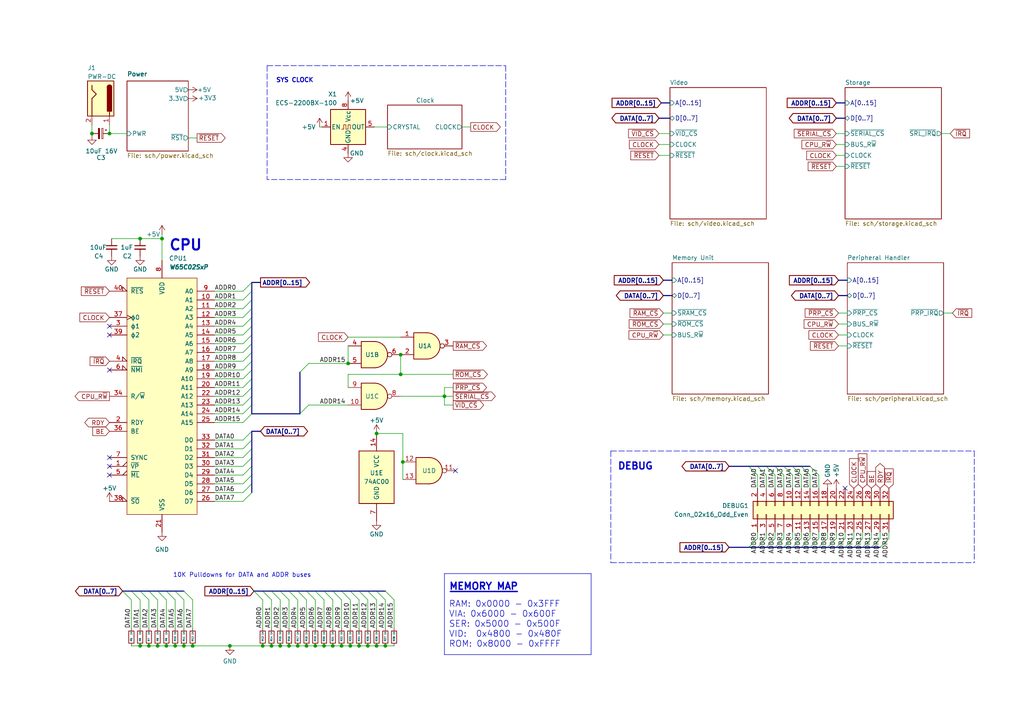
<source format=kicad_sch>
(kicad_sch (version 20211123) (generator eeschema)
  (paper "A4")
  (title_block (title "8puter") (rev "1.0") (company "zrthxn"))
  (junction (at 45.72 187.325))
  (junction (at 101.6 187.325))
  (junction (at 53.34 187.325))
  (junction (at 93.98 187.325))
  (junction (at 50.8 187.325))
  (junction (at 48.26 187.325))
  (junction (at 111.76 187.325))
  (junction (at 26.67 38.735))
  (junction (at 91.44 187.325))
  (junction (at 55.88 187.325))
  (junction (at 46.99 69.215))
  (junction (at 109.22 125.73))
  (junction (at 96.52 187.325))
  (junction (at 99.06 187.325))
  (junction (at 88.9 187.325))
  (junction (at 100.965 105.41))
  (junction (at 31.75 38.735))
  (junction (at 128.905 114.935))
  (junction (at 106.68 187.325))
  (junction (at 43.18 187.325))
  (junction (at 86.36 187.325))
  (junction (at 116.84 133.985))
  (junction (at 40.64 69.215))
  (junction (at 104.14 187.325))
  (junction (at 78.74 187.325))
  (junction (at 81.28 187.325))
  (junction (at 109.22 187.325))
  (junction (at 66.675 187.325))
  (junction (at 76.2 187.325))
  (junction (at 116.205 102.87))
  (junction (at 40.64 187.325))
  (junction (at 116.205 108.585))
  (junction (at 83.82 187.325))
  (no_connect (at 31.75 107.315))
  (no_connect (at 31.75 94.615))
  (no_connect (at 132.08 136.525))
  (no_connect (at 245.11 141.605))
  (no_connect (at 31.75 132.715))
  (no_connect (at 31.75 137.795))
  (no_connect (at 31.75 135.255))
  (no_connect (at 31.75 97.155))
  (bus_entry (at 227.33 135.255) (size 2.54 2.54))
  (bus_entry (at 70.485 94.615) (size 2.54 -2.54))
  (bus_entry (at 70.485 102.235) (size 2.54 -2.54))
  (bus_entry (at 70.485 130.175) (size 2.54 -2.54))
  (bus_entry (at 70.485 145.415) (size 2.54 -2.54))
  (bus_entry (at 70.485 142.875) (size 2.54 -2.54))
  (bus_entry (at 70.485 137.795) (size 2.54 -2.54))
  (bus_entry (at 70.485 140.335) (size 2.54 -2.54))
  (bus_entry (at 70.485 132.715) (size 2.54 -2.54))
  (bus_entry (at 70.485 135.255) (size 2.54 -2.54))
  (bus_entry (at 109.22 173.99) (size -2.54 -2.54))
  (bus_entry (at 86.36 173.99) (size -2.54 -2.54))
  (bus_entry (at 70.485 84.455) (size 2.54 -2.54))
  (bus_entry (at 70.485 86.995) (size 2.54 -2.54))
  (bus_entry (at 70.485 127.635) (size 2.54 -2.54))
  (bus_entry (at 70.485 107.315) (size 2.54 -2.54))
  (bus_entry (at 99.06 173.99) (size -2.54 -2.54))
  (bus_entry (at 83.82 173.99) (size -2.54 -2.54))
  (bus_entry (at 70.485 112.395) (size 2.54 -2.54))
  (bus_entry (at 232.41 135.255) (size 2.54 2.54))
  (bus_entry (at 70.485 120.015) (size 2.54 -2.54))
  (bus_entry (at 50.8 173.99) (size -2.54 -2.54))
  (bus_entry (at 229.87 135.255) (size 2.54 2.54))
  (bus_entry (at 224.79 158.75) (size 2.54 -2.54))
  (bus_entry (at 227.33 158.75) (size 2.54 -2.54))
  (bus_entry (at 229.87 158.75) (size 2.54 -2.54))
  (bus_entry (at 232.41 158.75) (size 2.54 -2.54))
  (bus_entry (at 245.11 158.75) (size 2.54 -2.54))
  (bus_entry (at 242.57 158.75) (size 2.54 -2.54))
  (bus_entry (at 222.25 158.75) (size 2.54 -2.54))
  (bus_entry (at 234.95 158.75) (size 2.54 -2.54))
  (bus_entry (at 240.03 158.75) (size 2.54 -2.54))
  (bus_entry (at 237.49 158.75) (size 2.54 -2.54))
  (bus_entry (at 247.65 158.75) (size 2.54 -2.54))
  (bus_entry (at 255.27 158.75) (size 2.54 -2.54))
  (bus_entry (at 250.19 158.75) (size 2.54 -2.54))
  (bus_entry (at 252.73 158.75) (size 2.54 -2.54))
  (bus_entry (at 219.71 158.75) (size 2.54 -2.54))
  (bus_entry (at 104.14 173.99) (size -2.54 -2.54))
  (bus_entry (at 96.52 173.99) (size -2.54 -2.54))
  (bus_entry (at 111.76 173.99) (size -2.54 -2.54))
  (bus_entry (at 222.25 135.255) (size 2.54 2.54))
  (bus_entry (at 45.72 173.99) (size -2.54 -2.54))
  (bus_entry (at 89.535 105.41) (size -2.54 2.54))
  (bus_entry (at 93.98 173.99) (size -2.54 -2.54))
  (bus_entry (at 76.2 173.99) (size -2.54 -2.54))
  (bus_entry (at 219.71 135.255) (size 2.54 2.54))
  (bus_entry (at 106.68 173.99) (size -2.54 -2.54))
  (bus_entry (at 70.485 97.155) (size 2.54 -2.54))
  (bus_entry (at 70.485 99.695) (size 2.54 -2.54))
  (bus_entry (at 70.485 89.535) (size 2.54 -2.54))
  (bus_entry (at 38.1 173.99) (size -2.54 -2.54))
  (bus_entry (at 217.17 135.255) (size 2.54 2.54))
  (bus_entry (at 40.64 173.99) (size -2.54 -2.54))
  (bus_entry (at 70.485 92.075) (size 2.54 -2.54))
  (bus_entry (at 70.485 104.775) (size 2.54 -2.54))
  (bus_entry (at 217.17 158.75) (size 2.54 -2.54))
  (bus_entry (at 89.535 117.475) (size -2.54 2.54))
  (bus_entry (at 114.3 173.99) (size -2.54 -2.54))
  (bus_entry (at 78.74 173.99) (size -2.54 -2.54))
  (bus_entry (at 224.79 135.255) (size 2.54 2.54))
  (bus_entry (at 81.28 173.99) (size -2.54 -2.54))
  (bus_entry (at 53.34 173.99) (size -2.54 -2.54))
  (bus_entry (at 234.95 135.255) (size 2.54 2.54))
  (bus_entry (at 101.6 173.99) (size -2.54 -2.54))
  (bus_entry (at 48.26 173.99) (size -2.54 -2.54))
  (bus_entry (at 70.485 114.935) (size 2.54 -2.54))
  (bus_entry (at 88.9 173.99) (size -2.54 -2.54))
  (bus_entry (at 43.18 173.99) (size -2.54 -2.54))
  (bus_entry (at 70.485 109.855) (size 2.54 -2.54))
  (bus_entry (at 70.485 122.555) (size 2.54 -2.54))
  (bus_entry (at 91.44 173.99) (size -2.54 -2.54))
  (bus_entry (at 70.485 117.475) (size 2.54 -2.54))
  (bus_entry (at 55.88 173.99) (size -2.54 -2.54))
  (bus (pts (xy 224.79 135.255) (xy 227.33 135.255)))
  (bus (pts (xy 73.025 135.255) (xy 73.025 137.795)))
  (bus (pts (xy 211.455 135.255) (xy 217.17 135.255)))
  (wire (pts (xy 62.23 112.395) (xy 70.485 112.395)))
  (wire (pts (xy 242.57 154.305) (xy 242.57 156.21)))
  (bus (pts (xy 250.19 158.75) (xy 252.73 158.75)))
  (wire (pts (xy 273.685 90.805) (xy 276.225 90.805)))
  (wire (pts (xy 45.72 182.245) (xy 45.72 173.99)))
  (wire (pts (xy 227.33 137.795) (xy 227.33 141.605)))
  (wire (pts (xy 229.87 137.795) (xy 229.87 141.605)))
  (bus (pts (xy 227.33 158.75) (xy 229.87 158.75)))
  (wire (pts (xy 131.445 108.585) (xy 116.205 108.585)))
  (bus (pts (xy 73.025 125.095) (xy 75.565 125.095)))
  (wire (pts (xy 43.18 182.245) (xy 43.18 173.99)))
  (bus (pts (xy 35.56 171.45) (xy 38.1 171.45)))
  (wire (pts (xy 219.71 137.795) (xy 219.71 141.605)))
  (wire (pts (xy 114.3 182.245) (xy 114.3 173.99)))
  (wire (pts (xy 128.905 112.395) (xy 131.445 112.395)))
  (wire (pts (xy 62.23 102.235) (xy 70.485 102.235)))
  (wire (pts (xy 38.1 187.325) (xy 40.64 187.325)))
  (polyline (pts (xy 77.47 19.05) (xy 146.685 19.05)))
  (wire (pts (xy 53.34 187.325) (xy 55.88 187.325)))
  (wire (pts (xy 273.05 38.735) (xy 275.59 38.735)))
  (wire (pts (xy 219.71 154.305) (xy 219.71 156.21)))
  (bus (pts (xy 73.025 125.095) (xy 73.025 127.635)))
  (bus (pts (xy 73.025 120.015) (xy 73.025 117.475)))
  (wire (pts (xy 48.26 182.245) (xy 48.26 173.99)))
  (bus (pts (xy 73.025 130.175) (xy 73.025 132.715)))
  (wire (pts (xy 133.985 36.83) (xy 136.525 36.83)))
  (wire (pts (xy 62.23 132.715) (xy 70.485 132.715)))
  (wire (pts (xy 89.535 117.475) (xy 100.965 117.475)))
  (wire (pts (xy 192.405 97.155) (xy 194.945 97.155)))
  (wire (pts (xy 106.68 187.325) (xy 109.22 187.325)))
  (wire (pts (xy 62.23 84.455) (xy 70.485 84.455)))
  (wire (pts (xy 252.73 154.305) (xy 252.73 156.21)))
  (wire (pts (xy 88.9 187.325) (xy 91.44 187.325)))
  (wire (pts (xy 62.23 130.175) (xy 70.485 130.175)))
  (bus (pts (xy 237.49 158.75) (xy 240.03 158.75)))
  (wire (pts (xy 48.26 187.325) (xy 50.8 187.325)))
  (wire (pts (xy 38.1 182.245) (xy 38.1 173.99)))
  (wire (pts (xy 128.905 114.935) (xy 131.445 114.935)))
  (bus (pts (xy 73.025 120.015) (xy 86.995 120.015)))
  (wire (pts (xy 46.99 67.945) (xy 46.99 69.215)))
  (bus (pts (xy 101.6 171.45) (xy 99.06 171.45)))
  (bus (pts (xy 40.64 171.45) (xy 43.18 171.45)))
  (bus (pts (xy 242.57 34.29) (xy 245.11 34.29)))
  (wire (pts (xy 83.82 182.245) (xy 83.82 173.99)))
  (wire (pts (xy 104.14 182.245) (xy 104.14 173.99)))
  (wire (pts (xy 191.135 38.735) (xy 194.31 38.735)))
  (bus (pts (xy 217.17 158.75) (xy 219.71 158.75)))
  (wire (pts (xy 31.75 36.195) (xy 31.75 38.735)))
  (bus (pts (xy 73.025 117.475) (xy 73.025 114.935)))
  (bus (pts (xy 192.405 81.28) (xy 194.945 81.28)))
  (bus (pts (xy 45.72 171.45) (xy 48.26 171.45)))
  (bus (pts (xy 86.36 171.45) (xy 83.82 171.45)))
  (wire (pts (xy 243.205 93.98) (xy 245.745 93.98)))
  (wire (pts (xy 40.64 69.215) (xy 46.99 69.215)))
  (bus (pts (xy 73.025 114.935) (xy 73.025 112.395)))
  (bus (pts (xy 73.025 112.395) (xy 73.025 109.855)))
  (wire (pts (xy 243.205 97.155) (xy 245.745 97.155)))
  (polyline (pts (xy 128.905 166.37) (xy 128.905 189.865)) (stroke (width 0) (type solid)))
  (wire (pts (xy 55.88 182.245) (xy 55.88 173.99)))
  (wire (pts (xy 62.23 120.015) (xy 70.485 120.015)))
  (bus (pts (xy 73.025 109.855) (xy 73.025 107.315)))
  (wire (pts (xy 62.23 122.555) (xy 70.485 122.555)))
  (bus (pts (xy 73.025 99.695) (xy 73.025 97.155)))
  (wire (pts (xy 101.6 187.325) (xy 104.14 187.325)))
  (bus (pts (xy 106.68 171.45) (xy 104.14 171.45)))
  (wire (pts (xy 76.2 182.245) (xy 76.2 173.99)))
  (polyline (pts (xy 128.905 166.37) (xy 171.45 166.37)) (stroke (width 0) (type solid)))
  (wire (pts (xy 222.25 154.305) (xy 222.25 156.21)))
  (wire (pts (xy 62.23 99.695) (xy 70.485 99.695)))
  (wire (pts (xy 116.205 102.87) (xy 116.205 108.585)))
  (bus (pts (xy 243.205 81.28) (xy 245.745 81.28)))
  (bus (pts (xy 242.57 158.75) (xy 245.11 158.75)))
  (wire (pts (xy 86.36 182.245) (xy 86.36 173.99)))
  (wire (pts (xy 62.23 135.255) (xy 70.485 135.255)))
  (wire (pts (xy 88.9 182.245) (xy 88.9 173.99)))
  (wire (pts (xy 232.41 137.795) (xy 232.41 141.605)))
  (wire (pts (xy 191.135 41.91) (xy 194.31 41.91)))
  (wire (pts (xy 62.23 140.335) (xy 70.485 140.335)))
  (wire (pts (xy 50.8 182.245) (xy 50.8 173.99)))
  (wire (pts (xy 26.67 36.195) (xy 26.67 38.735)))
  (bus (pts (xy 73.025 81.915) (xy 73.025 84.455)))
  (bus (pts (xy 73.025 89.535) (xy 73.025 86.995)))
  (wire (pts (xy 247.65 154.305) (xy 247.65 156.21)))
  (bus (pts (xy 73.025 94.615) (xy 73.025 92.075)))
  (bus (pts (xy 73.025 132.715) (xy 73.025 135.255)))
  (bus (pts (xy 232.41 158.75) (xy 234.95 158.75)))
  (wire (pts (xy 192.405 93.98) (xy 194.945 93.98)))
  (bus (pts (xy 48.26 171.45) (xy 50.8 171.45)))
  (wire (pts (xy 62.23 92.075) (xy 70.485 92.075)))
  (wire (pts (xy 62.23 127.635) (xy 70.485 127.635)))
  (wire (pts (xy 76.2 187.325) (xy 78.74 187.325)))
  (bus (pts (xy 91.44 171.45) (xy 88.9 171.45)))
  (wire (pts (xy 243.205 100.33) (xy 245.745 100.33)))
  (wire (pts (xy 106.68 182.245) (xy 106.68 173.99)))
  (wire (pts (xy 100.965 97.79) (xy 116.205 97.79)))
  (bus (pts (xy 73.025 102.235) (xy 73.025 99.695)))
  (wire (pts (xy 40.64 187.325) (xy 43.18 187.325)))
  (wire (pts (xy 26.67 38.735) (xy 26.67 39.37)))
  (wire (pts (xy 99.06 182.245) (xy 99.06 173.99)))
  (bus (pts (xy 104.14 171.45) (xy 101.6 171.45)))
  (wire (pts (xy 99.06 187.325) (xy 101.6 187.325)))
  (wire (pts (xy 245.11 154.305) (xy 245.11 156.21)))
  (bus (pts (xy 50.8 171.45) (xy 53.34 171.45)))
  (wire (pts (xy 62.23 109.855) (xy 70.485 109.855)))
  (polyline (pts (xy 177.165 130.81) (xy 177.165 163.195)))
  (wire (pts (xy 240.03 154.305) (xy 240.03 156.21)))
  (wire (pts (xy 62.23 86.995) (xy 70.485 86.995)))
  (bus (pts (xy 227.33 135.255) (xy 229.87 135.255)))
  (wire (pts (xy 93.98 182.245) (xy 93.98 173.99)))
  (wire (pts (xy 62.23 142.875) (xy 70.485 142.875)))
  (bus (pts (xy 73.66 171.45) (xy 76.2 171.45)))
  (wire (pts (xy 108.585 36.83) (xy 112.395 36.83)))
  (bus (pts (xy 191.77 29.845) (xy 194.31 29.845)))
  (bus (pts (xy 88.9 171.45) (xy 86.36 171.45)))
  (wire (pts (xy 62.23 145.415) (xy 70.485 145.415)))
  (bus (pts (xy 73.025 140.335) (xy 73.025 142.875)))
  (wire (pts (xy 78.74 182.245) (xy 78.74 173.99)))
  (wire (pts (xy 229.87 154.305) (xy 229.87 156.21)))
  (bus (pts (xy 242.57 29.845) (xy 245.11 29.845)))
  (wire (pts (xy 86.36 187.325) (xy 88.9 187.325)))
  (bus (pts (xy 247.65 158.75) (xy 250.19 158.75)))
  (bus (pts (xy 252.73 158.75) (xy 255.27 158.75)))
  (wire (pts (xy 116.84 125.73) (xy 116.84 133.985)))
  (wire (pts (xy 227.33 154.305) (xy 227.33 156.21)))
  (wire (pts (xy 255.27 154.305) (xy 255.27 156.21)))
  (wire (pts (xy 62.23 94.615) (xy 70.485 94.615)))
  (wire (pts (xy 109.22 187.325) (xy 111.76 187.325)))
  (bus (pts (xy 222.25 135.255) (xy 224.79 135.255)))
  (bus (pts (xy 109.22 171.45) (xy 106.68 171.45)))
  (wire (pts (xy 111.76 187.325) (xy 114.3 187.325)))
  (wire (pts (xy 78.74 187.325) (xy 81.28 187.325)))
  (wire (pts (xy 237.49 154.305) (xy 237.49 156.21)))
  (wire (pts (xy 234.95 154.305) (xy 234.95 156.21)))
  (bus (pts (xy 240.03 158.75) (xy 242.57 158.75)))
  (wire (pts (xy 224.79 154.305) (xy 224.79 156.21)))
  (bus (pts (xy 73.025 137.795) (xy 73.025 140.335)))
  (wire (pts (xy 91.44 182.245) (xy 91.44 173.99)))
  (bus (pts (xy 111.76 171.45) (xy 109.22 171.45)))
  (wire (pts (xy 111.76 182.245) (xy 111.76 173.99)))
  (bus (pts (xy 232.41 135.255) (xy 234.95 135.255)))
  (wire (pts (xy 250.19 154.305) (xy 250.19 156.21)))
  (wire (pts (xy 234.95 137.795) (xy 234.95 141.605)))
  (wire (pts (xy 109.22 125.73) (xy 116.84 125.73)))
  (polyline (pts (xy 128.905 189.865) (xy 171.45 189.865)) (stroke (width 0) (type solid)))
  (polyline (pts (xy 77.47 19.05) (xy 77.47 52.07)))
  (polyline (pts (xy 177.165 130.81) (xy 282.575 130.81)))
  (wire (pts (xy 243.205 90.805) (xy 245.745 90.805)))
  (bus (pts (xy 93.98 171.45) (xy 91.44 171.45)))
  (bus (pts (xy 73.025 127.635) (xy 73.025 130.175)))
  (bus (pts (xy 191.135 34.29) (xy 194.31 34.29)))
  (wire (pts (xy 237.49 137.795) (xy 237.49 141.605)))
  (polyline (pts (xy 177.165 163.195) (xy 282.575 163.195)))
  (wire (pts (xy 242.57 45.085) (xy 245.11 45.085)))
  (wire (pts (xy 116.84 133.985) (xy 116.84 139.065)))
  (wire (pts (xy 128.905 114.935) (xy 128.905 112.395)))
  (wire (pts (xy 62.23 117.475) (xy 70.485 117.475)))
  (bus (pts (xy 99.06 171.45) (xy 96.52 171.45)))
  (wire (pts (xy 257.81 154.305) (xy 257.81 156.21)))
  (bus (pts (xy 222.25 158.75) (xy 224.79 158.75)))
  (wire (pts (xy 89.535 105.41) (xy 100.965 105.41)))
  (wire (pts (xy 109.22 182.245) (xy 109.22 173.99)))
  (wire (pts (xy 104.14 187.325) (xy 106.68 187.325)))
  (polyline (pts (xy 171.45 189.865) (xy 171.45 166.37)) (stroke (width 0) (type solid)))
  (wire (pts (xy 128.905 117.475) (xy 128.905 114.935)))
  (bus (pts (xy 73.025 81.915) (xy 75.565 81.915)))
  (wire (pts (xy 96.52 187.325) (xy 99.06 187.325)))
  (bus (pts (xy 245.11 158.75) (xy 247.65 158.75)))
  (bus (pts (xy 219.71 158.75) (xy 222.25 158.75)))
  (bus (pts (xy 211.455 158.75) (xy 217.17 158.75)))
  (wire (pts (xy 55.88 187.325) (xy 66.675 187.325)))
  (bus (pts (xy 243.205 85.725) (xy 245.745 85.725)))
  (wire (pts (xy 101.6 182.245) (xy 101.6 173.99)))
  (wire (pts (xy 242.57 38.735) (xy 245.11 38.735)))
  (wire (pts (xy 62.23 107.315) (xy 70.485 107.315)))
  (wire (pts (xy 224.79 137.795) (xy 224.79 141.605)))
  (bus (pts (xy 38.1 171.45) (xy 40.64 171.45)))
  (wire (pts (xy 96.52 182.245) (xy 96.52 173.99)))
  (bus (pts (xy 73.025 107.315) (xy 73.025 104.775)))
  (wire (pts (xy 92.71 36.83) (xy 93.345 36.83)))
  (wire (pts (xy 62.23 89.535) (xy 70.485 89.535)))
  (wire (pts (xy 62.23 114.935) (xy 70.485 114.935)))
  (wire (pts (xy 40.64 182.245) (xy 40.64 173.99)))
  (wire (pts (xy 192.405 90.805) (xy 194.945 90.805)))
  (bus (pts (xy 73.025 92.075) (xy 73.025 89.535)))
  (wire (pts (xy 45.72 187.325) (xy 48.26 187.325)))
  (bus (pts (xy 73.025 104.775) (xy 73.025 102.235)))
  (wire (pts (xy 93.98 187.325) (xy 96.52 187.325)))
  (bus (pts (xy 219.71 135.255) (xy 222.25 135.255)))
  (wire (pts (xy 191.135 45.085) (xy 194.31 45.085)))
  (wire (pts (xy 100.965 112.395) (xy 100.965 108.585)))
  (bus (pts (xy 83.82 171.45) (xy 81.28 171.45)))
  (wire (pts (xy 54.61 40.005) (xy 57.15 40.005)))
  (wire (pts (xy 81.28 182.245) (xy 81.28 173.99)))
  (polyline (pts (xy 146.685 19.05) (xy 146.685 52.07)))
  (bus (pts (xy 73.025 86.995) (xy 73.025 84.455)))
  (wire (pts (xy 43.18 187.325) (xy 45.72 187.325)))
  (wire (pts (xy 242.57 48.26) (xy 245.11 48.26)))
  (bus (pts (xy 192.405 85.725) (xy 194.945 85.725)))
  (wire (pts (xy 116.205 114.935) (xy 128.905 114.935)))
  (wire (pts (xy 31.75 38.735) (xy 36.83 38.735)))
  (polyline (pts (xy 282.575 130.81) (xy 282.575 163.195)))
  (wire (pts (xy 32.385 69.215) (xy 40.64 69.215)))
  (wire (pts (xy 131.445 117.475) (xy 128.905 117.475)))
  (bus (pts (xy 96.52 171.45) (xy 93.98 171.45)))
  (wire (pts (xy 242.57 41.91) (xy 245.11 41.91)))
  (bus (pts (xy 224.79 158.75) (xy 227.33 158.75)))
  (wire (pts (xy 81.28 187.325) (xy 83.82 187.325)))
  (bus (pts (xy 78.74 171.45) (xy 76.2 171.45)))
  (bus (pts (xy 81.28 171.45) (xy 78.74 171.45)))
  (wire (pts (xy 100.965 100.33) (xy 100.965 105.41)))
  (wire (pts (xy 66.675 187.325) (xy 76.2 187.325)))
  (bus (pts (xy 229.87 158.75) (xy 232.41 158.75)))
  (bus (pts (xy 86.995 107.95) (xy 86.995 120.015)))
  (wire (pts (xy 53.34 182.245) (xy 53.34 173.99)))
  (wire (pts (xy 83.82 187.325) (xy 86.36 187.325)))
  (wire (pts (xy 222.25 137.795) (xy 222.25 141.605)))
  (bus (pts (xy 73.025 97.155) (xy 73.025 94.615)))
  (wire (pts (xy 100.965 108.585) (xy 116.205 108.585)))
  (polyline (pts (xy 146.685 52.07) (xy 77.47 52.07)))
  (bus (pts (xy 43.18 171.45) (xy 45.72 171.45)))
  (bus (pts (xy 217.17 135.255) (xy 219.71 135.255)))
  (bus (pts (xy 234.95 158.75) (xy 237.49 158.75)))
  (wire (pts (xy 50.8 187.325) (xy 53.34 187.325)))
  (wire (pts (xy 91.44 187.325) (xy 93.98 187.325)))
  (wire (pts (xy 62.23 97.155) (xy 70.485 97.155)))
  (wire (pts (xy 62.23 137.795) (xy 70.485 137.795)))
  (wire (pts (xy 232.41 154.305) (xy 232.41 156.21)))
  (bus (pts (xy 229.87 135.255) (xy 232.41 135.255)))
  (wire (pts (xy 46.99 69.215) (xy 46.99 75.565)))
  (wire (pts (xy 62.23 104.775) (xy 70.485 104.775)))
  (text "SYS CLOCK" (at 80.01 24.13 0) (effects (font (size 1.27 1.27) (thickness 0.254) bold) (justify left bottom)))
  (text "DEBUG" (at 179.07 136.525 0) (effects (font (size 2 2) (thickness 0.4) bold) (justify left bottom)))
  (text "RAM: 0x0000 - 0x3FFF\nVIA: 0x6000 - 0x600F\nSER: 0x5000 - 0x500F\nVID:  0x4800 - 0x480F\nROM: 0x8000 - 0xFFFF" (at 130.175 187.96 0) (effects (font (size 1.8 1.8)) (justify left bottom)))
  (text "MEMORY MAP\n~{             }" (at 130.175 174.625 0) (effects (font (size 2 2) (thickness 0.4) bold) (justify left bottom)))
  (text "10K Pulldowns for DATA and ADDR buses" (at 50.165 167.64 0) (effects (font (size 1.27 1.27)) (justify left bottom)))
  (text "CPU" (at 48.895 73.025 0) (effects (font (size 3 3) (thickness 0.6) bold) (justify left bottom)))
  (label "DATA5" (at 232.41 141.605 90))
  (label "ADDR5" (at 232.41 154.305 270))
  (label "ADDR10" (at 245.11 154.305 270))
  (label "ADDR15" (at 257.81 154.305 270))
  (label "DATA6" (at 53.34 182.245 90))
  (label "ADDR15" (at 92.71 105.41 0))
  (label "ADDR4" (at 229.87 154.305 270))
  (label "ADDR14" (at 92.71 117.475 0))
  (label "ADDR4" (at 62.23 94.615 0))
  (label "ADDR3" (at 227.33 154.305 270))
  (label "ADDR10" (at 62.23 109.855 0))
  (label "ADDR3" (at 62.23 92.075 0))
  (label "DATA4" (at 48.26 182.245 90))
  (label "DATA5" (at 62.23 140.335 0))
  (label "ADDR1" (at 78.74 182.245 90))
  (label "ADDR7" (at 62.23 102.235 0))
  (label "ADDR1" (at 62.23 86.995 0))
  (label "ADDR3" (at 83.82 182.245 90))
  (label "ADDR6" (at 91.44 182.245 90))
  (label "DATA0" (at 219.71 141.605 90))
  (label "ADDR9" (at 242.57 154.305 270))
  (label "ADDR7" (at 93.98 182.245 90))
  (label "DATA1" (at 222.25 141.605 90))
  (label "DATA1" (at 62.23 130.175 0))
  (label "ADDR0" (at 219.71 154.305 270))
  (label "ADDR0" (at 62.23 84.455 0))
  (label "ADDR1" (at 222.25 154.305 270))
  (label "ADDR4" (at 86.36 182.245 90))
  (label "DATA0" (at 62.23 127.635 0))
  (label "DATA3" (at 45.72 182.245 90))
  (label "DATA1" (at 40.64 182.245 90))
  (label "DATA3" (at 62.23 135.255 0))
  (label "ADDR11" (at 62.23 112.395 0))
  (label "DATA7" (at 55.88 182.245 90))
  (label "DATA2" (at 224.79 141.605 90))
  (label "ADDR5" (at 88.9 182.245 90))
  (label "DATA0" (at 38.1 182.245 90))
  (label "ADDR13" (at 252.73 154.305 270))
  (label "ADDR12" (at 62.23 114.935 0))
  (label "ADDR8" (at 240.03 154.305 270))
  (label "DATA4" (at 62.23 137.795 0))
  (label "DATA5" (at 50.8 182.245 90))
  (label "ADDR12" (at 106.68 182.245 90))
  (label "ADDR5" (at 62.23 97.155 0))
  (label "ADDR8" (at 96.52 182.245 90))
  (label "ADDR10" (at 101.6 182.245 90))
  (label "ADDR14" (at 255.27 154.305 270))
  (label "DATA6" (at 62.23 142.875 0))
  (label "ADDR6" (at 62.23 99.695 0))
  (label "ADDR14" (at 111.76 182.245 90))
  (label "DATA7" (at 237.49 141.605 90))
  (label "DATA2" (at 43.18 182.245 90))
  (label "ADDR13" (at 109.22 182.245 90))
  (label "DATA6" (at 234.95 141.605 90))
  (label "ADDR9" (at 62.23 107.315 0))
  (label "DATA4" (at 229.87 141.605 90))
  (label "ADDR0" (at 76.2 182.245 90))
  (label "ADDR8" (at 62.23 104.775 0))
  (label "ADDR11" (at 247.65 154.305 270))
  (label "ADDR2" (at 81.28 182.245 90))
  (label "DATA2" (at 62.23 132.715 0))
  (label "DATA7" (at 62.23 145.415 0))
  (label "ADDR13" (at 62.23 117.475 0))
  (label "ADDR6" (at 234.95 154.305 270))
  (label "ADDR11" (at 104.14 182.245 90))
  (label "ADDR9" (at 99.06 182.245 90))
  (label "ADDR7" (at 237.49 154.305 270))
  (label "ADDR15" (at 114.3 182.245 90))
  (label "ADDR2" (at 62.23 89.535 0))
  (label "DATA3" (at 227.33 141.605 90))
  (label "ADDR14" (at 62.23 120.015 0))
  (label "ADDR15" (at 62.23 122.555 0))
  (label "ADDR12" (at 250.19 154.305 270))
  (label "ADDR2" (at 224.79 154.305 270))
  (global_label "CPU_R~{W}" (shape input) (at 192.405 97.155 180) (property "Intersheet References" "${INTERSHEET_REFS}" (effects hide)))
  (global_label "ADDR[0..15]" (shape input) (at 192.405 81.28 180) (effects (font (thickness 0.254) bold)) (property "Intersheet References" "${INTERSHEET_REFS}" (effects hide)))
  (global_label "~{IRQ}" (shape input) (at 276.225 90.805 0) (property "Intersheet References" "${INTERSHEET_REFS}" (effects hide)))
  (global_label "RDY" (shape bidirectional) (at 255.27 141.605 90) (property "Intersheet References" "${INTERSHEET_REFS}" (effects hide)))
  (global_label "ADDR[0..15]" (shape output) (at 75.565 81.915 0) (effects (font (thickness 0.254) bold)) (property "Intersheet References" "${INTERSHEET_REFS}" (effects hide)))
  (global_label "CLOCK" (shape input) (at 247.65 141.605 90) (property "Intersheet References" "${INTERSHEET_REFS}" (effects hide)))
  (global_label "DATA[0..7]" (shape bidirectional) (at 35.56 171.45 180) (effects (font (thickness 0.254) bold)) (property "Intersheet References" "${INTERSHEET_REFS}" (effects hide)))
  (global_label "~{RESET}" (shape input) (at 31.75 84.455 180) (property "Intersheet References" "${INTERSHEET_REFS}" (effects hide)))
  (global_label "DATA[0..7]" (shape bidirectional) (at 211.455 135.255 180) (effects (font (thickness 0.254) bold)) (property "Intersheet References" "${INTERSHEET_REFS}" (effects hide)))
  (global_label "CLOCK" (shape input) (at 191.135 41.91 180) (property "Intersheet References" "${INTERSHEET_REFS}" (effects hide)))
  (global_label "ADDR[0..15]" (shape input) (at 73.66 171.45 180) (effects (font (thickness 0.254) bold)) (property "Intersheet References" "${INTERSHEET_REFS}" (effects hide)))
  (global_label "BE" (shape input) (at 252.73 141.605 90) (property "Intersheet References" "${INTERSHEET_REFS}" (effects hide)))
  (global_label "~{RESET}" (shape input) (at 242.57 48.26 180) (property "Intersheet References" "${INTERSHEET_REFS}" (effects hide)))
  (global_label "DATA[0..7]" (shape bidirectional) (at 242.57 34.29 180) (effects (font (thickness 0.254) bold)) (property "Intersheet References" "${INTERSHEET_REFS}" (effects hide)))
  (global_label "DATA[0..7]" (shape bidirectional) (at 191.135 34.29 180) (effects (font (thickness 0.254) bold)) (property "Intersheet References" "${INTERSHEET_REFS}" (effects hide)))
  (global_label "CLOCK" (shape output) (at 136.525 36.83 0) (property "Intersheet References" "${INTERSHEET_REFS}" (effects hide)))
  (global_label "CPU_R~{W}" (shape input) (at 242.57 41.91 180) (property "Intersheet References" "${INTERSHEET_REFS}" (effects hide)))
  (global_label "DATA[0..7]" (shape bidirectional) (at 75.565 125.095 0) (effects (font (thickness 0.254) bold)) (property "Intersheet References" "${INTERSHEET_REFS}" (effects hide)))
  (global_label "~{RAM_CS}" (shape input) (at 192.405 90.805 180) (property "Intersheet References" "${INTERSHEET_REFS}" (effects hide)))
  (global_label "BE" (shape input) (at 31.75 125.095 180) (property "Intersheet References" "${INTERSHEET_REFS}" (effects hide)))
  (global_label "CLOCK" (shape input) (at 242.57 45.085 180) (property "Intersheet References" "${INTERSHEET_REFS}" (effects hide)))
  (global_label "~{IRQ}" (shape input) (at 257.81 141.605 90) (property "Intersheet References" "${INTERSHEET_REFS}" (effects hide)))
  (global_label "~{ROM_CS}" (shape input) (at 192.405 93.98 180) (property "Intersheet References" "${INTERSHEET_REFS}" (effects hide)))
  (global_label "ADDR[0..15]" (shape input) (at 242.57 29.845 180) (effects (font (thickness 0.254) bold)) (property "Intersheet References" "${INTERSHEET_REFS}" (effects hide)))
  (global_label "CLOCK" (shape input) (at 243.205 97.155 180) (property "Intersheet References" "${INTERSHEET_REFS}" (effects hide)))
  (global_label "ADDR[0..15]" (shape input) (at 243.205 81.28 180) (effects (font (thickness 0.254) bold)) (property "Intersheet References" "${INTERSHEET_REFS}" (effects hide)))
  (global_label "~{SERIAL_CS}" (shape output) (at 131.445 114.935 0) (property "Intersheet References" "${INTERSHEET_REFS}" (effects hide)))
  (global_label "CPU_R~{W}" (shape input) (at 243.205 93.98 180) (property "Intersheet References" "${INTERSHEET_REFS}" (effects hide)))
  (global_label "~{PRP_CS}" (shape input) (at 243.205 90.805 180) (property "Intersheet References" "${INTERSHEET_REFS}" (effects hide)))
  (global_label "~{SERIAL_CS}" (shape input) (at 242.57 38.735 180) (property "Intersheet References" "${INTERSHEET_REFS}" (effects hide)))
  (global_label "ADDR[0..15]" (shape input) (at 191.77 29.845 180) (effects (font (thickness 0.254) bold)) (property "Intersheet References" "${INTERSHEET_REFS}" (effects hide)))
  (global_label "DATA[0..7]" (shape bidirectional) (at 243.205 85.725 180) (effects (font (thickness 0.254) bold)) (property "Intersheet References" "${INTERSHEET_REFS}" (effects hide)))
  (global_label "~{VID_CS}" (shape input) (at 191.135 38.735 180) (property "Intersheet References" "${INTERSHEET_REFS}" (effects hide)))
  (global_label "~{PRP_CS}" (shape output) (at 131.445 112.395 0) (property "Intersheet References" "${INTERSHEET_REFS}" (effects hide)))
  (global_label "CLOCK" (shape input) (at 31.75 92.075 180) (property "Intersheet References" "${INTERSHEET_REFS}" (effects hide)))
  (global_label "CPU_R~{W}" (shape input) (at 250.19 141.605 90) (property "Intersheet References" "${INTERSHEET_REFS}" (effects hide)))
  (global_label "~{RESET}" (shape input) (at 243.205 100.33 180) (property "Intersheet References" "${INTERSHEET_REFS}" (effects hide)))
  (global_label "CPU_R~{W}" (shape output) (at 31.75 114.935 180) (property "Intersheet References" "${INTERSHEET_REFS}" (effects hide)))
  (global_label "RDY" (shape bidirectional) (at 31.75 122.555 180) (property "Intersheet References" "${INTERSHEET_REFS}" (effects hide)))
  (global_label "~{VID_CS}" (shape output) (at 131.445 117.475 0) (property "Intersheet References" "${INTERSHEET_REFS}" (effects hide)))
  (global_label "ADDR[0..15]" (shape input) (at 211.455 158.75 180) (effects (font (thickness 0.254) bold)) (property "Intersheet References" "${INTERSHEET_REFS}" (effects hide)))
  (global_label "~{RESET}" (shape output) (at 57.15 40.005 0) (property "Intersheet References" "${INTERSHEET_REFS}" (effects hide)))
  (global_label "~{RAM_CS}" (shape output) (at 131.445 100.33 0) (property "Intersheet References" "${INTERSHEET_REFS}" (effects hide)))
  (global_label "~{IRQ}" (shape input) (at 31.75 104.775 180) (property "Intersheet References" "${INTERSHEET_REFS}" (effects hide)))
  (global_label "~{ROM_CS}" (shape output) (at 131.445 108.585 0) (property "Intersheet References" "${INTERSHEET_REFS}" (effects hide)))
  (global_label "~{RESET}" (shape input) (at 191.135 45.085 180) (property "Intersheet References" "${INTERSHEET_REFS}" (effects hide)))
  (global_label "CLOCK" (shape input) (at 100.965 97.79 180) (property "Intersheet References" "${INTERSHEET_REFS}" (effects hide)))
  (global_label "DATA[0..7]" (shape bidirectional) (at 192.405 85.725 180) (effects (font (thickness 0.254) bold)) (property "Intersheet References" "${INTERSHEET_REFS}" (effects hide)))
  (global_label "~{IRQ}" (shape input) (at 275.59 38.735 0) (property "Intersheet References" "${INTERSHEET_REFS}" (effects hide)))
  (symbol (lib_id "Device:C_Polarized_Small") (at 29.21 38.735 270) (unit 1)
    (property "Reference" "C3" (at 27.94 45.72 90) (effects (justify left)))
    (property "Value" "10uF 16V" (at 24.765 43.815 90) (effects (justify left)))
    (property "Footprint" "Capacitor_THT:CP_Radial_D5.0mm_P2.50mm" (effects hide))
  )
  (symbol (lib_id "Device:R_Small") (at 50.8 184.785 0) (unit 1)
    (property "Reference" "R10" (at 50.8 186.055 90) (effects (font (size 0.5 0.5)) (justify left)))
    (property "Value" "1K" (at 50.8 184.15 90) (effects (font (size 0.5 0.5)) (justify left)))
    (property "Footprint" "Resistor_SMD:R_0805_2012Metric" (effects hide))
  )
  (symbol (lib_id "Device:C_Small") (at 40.64 71.755 0) (unit 1)
    (property "Reference" "C2" (at 35.56 74.295 0) (effects (justify left)))
    (property "Value" "1uF" (at 34.925 71.755 0) (effects (justify left)))
    (property "Footprint" "Capacitor_SMD:C_0805_2012Metric" (effects hide))
  )
  (symbol (lib_id "power:+5V") (at 100.965 29.21 0) (unit 1)
    (property "Reference" "#PWR05" (effects hide))
    (property "Value" "+5V" (at 103.505 29.21 0))
  )
  (symbol (lib_id "power:+5V") (at 242.57 141.605 0) (unit 1)
    (property "Reference" "#PWR0134" (effects hide))
    (property "Value" "+5V" (at 242.57 136.525 90))
  )
  (symbol (lib_id "Device:R_Small") (at 43.18 184.785 0) (unit 1)
    (property "Reference" "R7" (at 43.18 186.055 90) (effects (font (size 0.5 0.5)) (justify left)))
    (property "Value" "1K" (at 43.18 184.15 90) (effects (font (size 0.5 0.5)) (justify left)))
    (property "Footprint" "Resistor_SMD:R_0805_2012Metric" (effects hide))
  )
  (symbol (lib_id "Device:R_Small") (at 93.98 184.785 0) (unit 1)
    (property "Reference" "R20" (at 93.98 186.055 90) (effects (font (size 0.5 0.5)) (justify left)))
    (property "Value" "1K" (at 93.98 184.15 90) (effects (font (size 0.5 0.5)) (justify left)))
    (property "Footprint" "Resistor_SMD:R_0805_2012Metric" (effects hide))
  )
  (symbol (lib_id "Connector_Generic:Conn_02x16_Odd_Even") (at 237.49 149.225 90) (unit 1)
    (property "Reference" "DEBUG1" (at 217.17 146.6849 90) (effects (justify left)))
    (property "Value" "Conn_02x16_Odd_Even" (at 217.17 149.2249 90) (effects (justify left)))
    (property "Footprint" "Connector_PinHeader_2.00mm:PinHeader_2x16_P2.00mm_Vertical" (effects hide))
  )
  (symbol (lib_id "Device:R_Small") (at 83.82 184.785 0) (unit 1)
    (property "Reference" "R16" (at 83.82 186.055 90) (effects (font (size 0.5 0.5)) (justify left)))
    (property "Value" "1K" (at 83.82 184.15 90) (effects (font (size 0.5 0.5)) (justify left)))
    (property "Footprint" "Resistor_SMD:R_0805_2012Metric" (effects hide))
  )
  (symbol (lib_id "Device:C_Small") (at 32.385 71.755 0) (unit 1)
    (property "Reference" "C4" (at 27.305 74.295 0) (effects (justify left)))
    (property "Value" "10uF" (at 26.035 71.755 0) (effects (justify left)))
    (property "Footprint" "Capacitor_SMD:C_0805_2012Metric" (effects hide))
  )
  (symbol (lib_id "65xx:W65C02SxP") (at 46.99 114.935 0) (unit 1)
    (property "Reference" "CPU1" (at 49.0094 74.93 0) (effects (justify left)))
    (property "Value" "W65C02SxP" (at 49.0094 77.47 0) (effects (font bold italic) (justify left)))
    (property "Footprint" "Package_DIP:DIP-40_W15.24mm_LongPads" (effects hide))
    (property "Datasheet" "http://www.westerndesigncenter.com/wdc/documentation/w65c02s.pdf" (effects hide))
  )
  (symbol (lib_id "power:+5V") (at 109.22 125.73 0) (unit 1)
    (property "Reference" "#PWR03" (effects hide))
    (property "Value" "+5V" (at 109.22 121.92 0))
  )
  (symbol (lib_id "Device:R_Small") (at 111.76 184.785 0) (unit 1)
    (property "Reference" "R27" (at 111.76 186.055 90) (effects (font (size 0.5 0.5)) (justify left)))
    (property "Value" "1K" (at 111.76 184.15 90) (effects (font (size 0.5 0.5)) (justify left)))
    (property "Footprint" "Resistor_SMD:R_0805_2012Metric" (effects hide))
  )
  (symbol (lib_id "power:+5V") (at 31.75 145.415 0) (unit 1)
    (property "Reference" "#PWR0120" (effects hide))
    (property "Value" "+5V" (at 31.75 141.605 0))
  )
  (symbol (lib_id "Oscillator:CXO_DIP8") (at 100.965 36.83 0) (unit 1)
    (property "Reference" "X1" (at 97.79 27.305 0) (effects (justify right)))
    (property "Value" "ECS-2200BX-100" (at 97.79 29.845 0) (effects (justify right)))
    (property "Footprint" "Oscillator:Oscillator_DIP-8" (effects hide))
    (property "Datasheet" "http://cdn-reichelt.de/documents/datenblatt/B400/OSZI.pdf" (effects hide))
  )
  (symbol (lib_id "power:+3.3V") (at 54.61 28.575 270) (unit 1)
    (property "Reference" "#PWR06" (effects hide))
    (property "Value" "+3.3V" (at 60.1367 28.426 90))
  )
  (symbol (lib_id "power:GND") (at 100.965 44.45 0) (unit 1)
    (property "Reference" "#PWR0113" (effects hide))
    (property "Value" "GND" (at 103.505 44.45 0))
  )
  (symbol (lib_id "Device:R_Small") (at 53.34 184.785 0) (unit 1)
    (property "Reference" "R11" (at 53.34 186.055 90) (effects (font (size 0.5 0.5)) (justify left)))
    (property "Value" "1K" (at 53.34 184.15 90) (effects (font (size 0.5 0.5)) (justify left)))
    (property "Footprint" "Resistor_SMD:R_0805_2012Metric" (effects hide))
  )
  (symbol (lib_id "power:GND") (at 66.675 187.325 0) (unit 1)
    (property "Reference" "#PWR0114" (effects hide))
    (property "Value" "GND" (at 66.675 191.77 0))
  )
  (symbol (lib_id "74xx:74HC00") (at 108.585 114.935 0) (unit 3)
    (property "Reference" "U1" (at 107.95 114.935 0))
    (property "Value" "74AC00" (effects hide))
    (property "Footprint" "Package_SO:TSSOP-14_4.4x5mm_P0.65mm" (effects hide))
    (property "Datasheet" "https://www.ti.com/lit/ds/symlink/sn74ac00.pdf" (effects hide))
  )
  (symbol (lib_id "Device:R_Small") (at 45.72 184.785 0) (unit 1)
    (property "Reference" "R8" (at 45.72 186.055 90) (effects (font (size 0.5 0.5)) (justify left)))
    (property "Value" "1K" (at 45.72 184.15 90) (effects (font (size 0.5 0.5)) (justify left)))
    (property "Footprint" "Resistor_SMD:R_0805_2012Metric" (effects hide))
  )
  (symbol (lib_id "74xx:74HC00") (at 124.46 136.525 0) (unit 4)
    (property "Reference" "U1" (at 124.46 136.525 0))
    (property "Value" "74AC00" (effects hide))
    (property "Footprint" "Package_SO:TSSOP-14_4.4x5mm_P0.65mm" (effects hide))
    (property "Datasheet" "https://www.ti.com/lit/ds/symlink/sn74ac00.pdf" (effects hide))
  )
  (symbol (lib_id "Device:R_Small") (at 88.9 184.785 0) (unit 1)
    (property "Reference" "R18" (at 88.9 186.055 90) (effects (font (size 0.5 0.5)) (justify left)))
    (property "Value" "1K" (at 88.9 184.15 90) (effects (font (size 0.5 0.5)) (justify left)))
    (property "Footprint" "Resistor_SMD:R_0805_2012Metric" (effects hide))
  )
  (symbol (lib_id "power:GND") (at 40.64 74.295 0) (unit 1)
    (property "Reference" "#PWR0104" (effects hide))
    (property "Value" "GND" (at 40.64 78.105 0))
  )
  (symbol (lib_id "Device:R_Small") (at 114.3 184.785 0) (unit 1)
    (property "Reference" "R28" (at 114.3 186.055 90) (effects (font (size 0.5 0.5)) (justify left)))
    (property "Value" "1K" (at 114.3 184.15 90) (effects (font (size 0.5 0.5)) (justify left)))
    (property "Footprint" "Resistor_SMD:R_0805_2012Metric" (effects hide))
  )
  (symbol (lib_id "power:+5V") (at 92.71 36.83 0) (unit 1)
    (property "Reference" "#PWR0139" (effects hide))
    (property "Value" "+5V" (at 89.535 36.83 0))
  )
  (symbol (lib_id "Device:R_Small") (at 86.36 184.785 0) (unit 1)
    (property "Reference" "R17" (at 86.36 186.055 90) (effects (font (size 0.5 0.5)) (justify left)))
    (property "Value" "1K" (at 86.36 184.15 90) (effects (font (size 0.5 0.5)) (justify left)))
    (property "Footprint" "Resistor_SMD:R_0805_2012Metric" (effects hide))
  )
  (symbol (lib_id "Device:R_Small") (at 96.52 184.785 0) (unit 1)
    (property "Reference" "R21" (at 96.52 186.055 90) (effects (font (size 0.5 0.5)) (justify left)))
    (property "Value" "1K" (at 96.52 184.15 90) (effects (font (size 0.5 0.5)) (justify left)))
    (property "Footprint" "Resistor_SMD:R_0805_2012Metric" (effects hide))
  )
  (symbol (lib_id "power:GND") (at 240.03 141.605 180) (unit 1)
    (property "Reference" "#PWR0135" (effects hide))
    (property "Value" "GND" (at 240.03 136.525 90))
  )
  (symbol (lib_id "Device:R_Small") (at 99.06 184.785 0) (unit 1)
    (property "Reference" "R22" (at 99.06 186.055 90) (effects (font (size 0.5 0.5)) (justify left)))
    (property "Value" "1K" (at 99.06 184.15 90) (effects (font (size 0.5 0.5)) (justify left)))
    (property "Footprint" "Resistor_SMD:R_0805_2012Metric" (effects hide))
  )
  (symbol (lib_id "Device:R_Small") (at 40.64 184.785 0) (unit 1)
    (property "Reference" "R6" (at 40.64 186.055 90) (effects (font (size 0.5 0.5)) (justify left)))
    (property "Value" "1K" (at 40.64 184.15 90) (effects (font (size 0.5 0.5)) (justify left)))
    (property "Footprint" "Resistor_SMD:R_0805_2012Metric" (effects hide))
  )
  (symbol (lib_id "Device:R_Small") (at 91.44 184.785 0) (unit 1)
    (property "Reference" "R19" (at 91.44 186.055 90) (effects (font (size 0.5 0.5)) (justify left)))
    (property "Value" "1K" (at 91.44 184.15 90) (effects (font (size 0.5 0.5)) (justify left)))
    (property "Footprint" "Resistor_SMD:R_0805_2012Metric" (effects hide))
  )
  (symbol (lib_id "Device:R_Small") (at 38.1 184.785 0) (unit 1)
    (property "Reference" "R5" (at 38.1 186.055 90) (effects (font (size 0.5 0.5)) (justify left)))
    (property "Value" "1K" (at 38.1 184.15 90) (effects (font (size 0.5 0.5)) (justify left)))
    (property "Footprint" "Resistor_SMD:R_0805_2012Metric" (effects hide))
  )
  (symbol (lib_id "74xx:74HC00") (at 123.825 100.33 0) (unit 1)
    (property "Reference" "U1" (at 123.19 100.33 0))
    (property "Value" "74AC00" (effects hide))
    (property "Footprint" "Package_SO:TSSOP-14_4.4x5mm_P0.65mm" (effects hide))
    (property "Datasheet" "https://www.ti.com/lit/ds/symlink/sn74ac00.pdf" (effects hide))
  )
  (symbol (lib_id "power:GND") (at 46.99 154.305 0) (unit 1)
    (property "Reference" "#PWR0101" (effects hide))
    (property "Value" "GND" (at 46.99 159.385 0))
  )
  (symbol (lib_id "Connector:Jack-DC") (at 29.21 28.575 270) (unit 1)
    (property "Reference" "J1" (at 25.4 19.685 90) (effects (justify left)))
    (property "Value" "PWR-DC" (at 25.4 22.225 90) (effects (justify left)))
    (property "Footprint" "Connector_BarrelJack:BarrelJack_CUI_PJ-063AH_Horizontal" (effects hide))
  )
  (symbol (lib_id "74xx:74HC00") (at 108.585 102.87 0) (unit 2)
    (property "Reference" "U1" (at 107.95 102.87 0))
    (property "Value" "74AC00" (effects hide))
    (property "Footprint" "Package_SO:TSSOP-14_4.4x5mm_P0.65mm" (effects hide))
    (property "Datasheet" "https://www.ti.com/lit/ds/symlink/sn74ac00.pdf" (effects hide))
  )
  (symbol (lib_id "Device:R_Small") (at 81.28 184.785 0) (unit 1)
    (property "Reference" "R15" (at 81.28 186.055 90) (effects (font (size 0.5 0.5)) (justify left)))
    (property "Value" "1K" (at 81.28 184.15 90) (effects (font (size 0.5 0.5)) (justify left)))
    (property "Footprint" "Resistor_SMD:R_0805_2012Metric" (effects hide))
  )
  (symbol (lib_id "Device:R_Small") (at 104.14 184.785 0) (unit 1)
    (property "Reference" "R24" (at 104.14 186.055 90) (effects (font (size 0.5 0.5)) (justify left)))
    (property "Value" "1K" (at 104.14 184.15 90) (effects (font (size 0.5 0.5)) (justify left)))
    (property "Footprint" "Resistor_SMD:R_0805_2012Metric" (effects hide))
  )
  (symbol (lib_id "power:GND") (at 26.67 39.37 0) (unit 1)
    (property "Reference" "#PWR0102" (effects hide))
  )
  (symbol (lib_id "Device:R_Small") (at 78.74 184.785 0) (unit 1)
    (property "Reference" "R14" (at 78.74 186.055 90) (effects (font (size 0.5 0.5)) (justify left)))
    (property "Value" "1K" (at 78.74 184.15 90) (effects (font (size 0.5 0.5)) (justify left)))
    (property "Footprint" "Resistor_SMD:R_0805_2012Metric" (effects hide))
  )
  (symbol (lib_id "power:GND") (at 32.385 74.295 0) (unit 1)
    (property "Reference" "#PWR0105" (effects hide))
    (property "Value" "GND" (at 32.385 78.105 0))
  )
  (symbol (lib_id "Device:R_Small") (at 55.88 184.785 0) (unit 1)
    (property "Reference" "R12" (at 55.88 186.055 90) (effects (font (size 0.5 0.5)) (justify left)))
    (property "Value" "1K" (at 55.88 184.15 90) (effects (font (size 0.5 0.5)) (justify left)))
    (property "Footprint" "Resistor_SMD:R_0805_2012Metric" (effects hide))
  )
  (symbol (lib_id "Device:R_Small") (at 101.6 184.785 0) (unit 1)
    (property "Reference" "R23" (at 101.6 186.055 90) (effects (font (size 0.5 0.5)) (justify left)))
    (property "Value" "1K" (at 101.6 184.15 90) (effects (font (size 0.5 0.5)) (justify left)))
    (property "Footprint" "Resistor_SMD:R_0805_2012Metric" (effects hide))
  )
  (symbol (lib_id "power:+5V") (at 54.61 26.035 270) (unit 1)
    (property "Reference" "#PWR0116" (effects hide))
    (property "Value" "+5V" (at 57.15 26.035 90) (effects (justify left)))
  )
  (symbol (lib_id "Device:R_Small") (at 106.68 184.785 0) (unit 1)
    (property "Reference" "R25" (at 106.68 186.055 90) (effects (font (size 0.5 0.5)) (justify left)))
    (property "Value" "1K" (at 106.68 184.15 90) (effects (font (size 0.5 0.5)) (justify left)))
    (property "Footprint" "Resistor_SMD:R_0805_2012Metric" (effects hide))
  )
  (symbol (lib_id "Device:R_Small") (at 48.26 184.785 0) (unit 1)
    (property "Reference" "R9" (at 48.26 186.055 90) (effects (font (size 0.5 0.5)) (justify left)))
    (property "Value" "1K" (at 48.26 184.15 90) (effects (font (size 0.5 0.5)) (justify left)))
    (property "Footprint" "Resistor_SMD:R_0805_2012Metric" (effects hide))
  )
  (symbol (lib_id "74xx:74HC00") (at 109.22 138.43 0) (unit 5)
    (property "Reference" "U1" (at 109.22 137.16 0))
    (property "Value" "74AC00" (at 109.22 139.7 0))
    (property "Footprint" "Package_SO:TSSOP-14_4.4x5mm_P0.65mm" (effects hide))
    (property "Datasheet" "https://www.ti.com/lit/ds/symlink/sn74ac00.pdf" (effects hide))
  )
  (symbol (lib_id "Device:R_Small") (at 109.22 184.785 0) (unit 1)
    (property "Reference" "R26" (at 109.22 186.055 90) (effects (font (size 0.5 0.5)) (justify left)))
    (property "Value" "1K" (at 109.22 184.15 90) (effects (font (size 0.5 0.5)) (justify left)))
    (property "Footprint" "Resistor_SMD:R_0805_2012Metric" (effects hide))
  )
  (symbol (lib_id "power:GND") (at 109.22 151.13 0) (unit 1)
    (property "Reference" "#PWR07" (effects hide))
    (property "Value" "GND" (at 109.22 154.94 0))
  )
  (symbol (lib_id "Device:R_Small") (at 76.2 184.785 0) (unit 1)
    (property "Reference" "R13" (at 76.2 186.055 90) (effects (font (size 0.5 0.5)) (justify left)))
    (property "Value" "1K" (at 76.2 184.15 90) (effects (font (size 0.5 0.5)) (justify left)))
    (property "Footprint" "Resistor_SMD:R_0805_2012Metric" (effects hide))
  )
  (symbol (lib_id "power:+5V") (at 46.99 67.945 0) (unit 1)
    (property "Reference" "#PWR04" (effects hide))
    (property "Value" "+5V" (at 44.45 67.945 0))
  )
  (sheet (at 36.83 23.495) (size 17.78 20.32) (stroke (width 0.1524))
    (property "Sheet name" "Power" (at 36.83 22.225 0) (effects (font bold) (justify left bottom)))
    (property "Sheet file" "sch/power.kicad_sch" (at 36.83 44.3996 0) (effects (justify left top)))
    (pin "PWR" input (at 36.83 38.735 180))
    (pin "5V" output (at 54.61 26.035 0))
    (pin "3.3V" output (at 54.61 28.575 0))
    (pin "~{RST}" output (at 54.61 40.005 0))
  )
  (sheet (at 245.745 76.2) (size 27.94 38.1) (stroke (width 0.1524))
    (property "Sheet name" "Peripheral Handler" (at 245.745 75.4884 0) (effects (justify left bottom)))
    (property "Sheet file" "sch/peripheral.kicad_sch" (at 245.745 114.8846 0) (effects (justify left top)))
    (pin "D[0..7]" bidirectional (at 245.745 85.725 180))
    (pin "~{PRP_IRQ}" output (at 273.685 90.805 0))
    (pin "CLOCK" input (at 245.745 97.155 180))
    (pin "BUS_R~{W}" input (at 245.745 93.98 180))
    (pin "A[0..15]" input (at 245.745 81.28 180))
    (pin "~{PRP_CS}" input (at 245.745 90.805 180))
    (pin "~{RESET}" input (at 245.745 100.33 180))
  )
  (sheet (at 112.395 30.48) (size 21.59 12.7) (stroke (width 0.1524))
    (property "Sheet name" "Clock" (at 120.65 29.845 0) (effects (justify left bottom)))
    (property "Sheet file" "sch/clock.kicad_sch" (at 112.395 43.7646 0) (effects (justify left top)))
    (pin "CRYSTAL" input (at 112.395 36.83 180))
    (pin "CLOCK" output (at 133.985 36.83 0))
  )
  (sheet (at 194.945 76.2) (size 27.94 38.1) (stroke (width 0.1524))
    (property "Sheet name" "Memory Unit" (at 194.945 75.4884 0) (effects (justify left bottom)))
    (property "Sheet file" "sch/memory.kicad_sch" (at 194.945 114.8846 0) (effects (justify left top)))
    (pin "A[0..15]" input (at 194.945 81.28 180))
    (pin "D[0..7]" bidirectional (at 194.945 85.725 180))
    (pin "~{SRAM_CS}" input (at 194.945 90.805 180))
    (pin "~{ROM_CS}" input (at 194.945 93.98 180))
    (pin "BUS_R~{W}" input (at 194.945 97.155 180))
  )
  (sheet (at 245.11 25.4) (size 27.94 38.1) (stroke (width 0.1524))
    (property "Sheet name" "Storage" (at 245.11 24.6884 0) (effects (justify left bottom)))
    (property "Sheet file" "sch/storage.kicad_sch" (at 245.11 64.0846 0) (effects (justify left top)))
    (pin "~{SRL_IRQ}" output (at 273.05 38.735 0))
    (pin "D[0..7]" bidirectional (at 245.11 34.29 180))
    (pin "~{SERIAL_CS}" input (at 245.11 38.735 180))
    (pin "A[0..15]" input (at 245.11 29.845 180))
    (pin "BUS_R~{W}" input (at 245.11 41.91 180))
    (pin "CLOCK" input (at 245.11 45.085 180))
    (pin "~{RESET}" input (at 245.11 48.26 180))
  )
  (sheet (at 194.31 25.4) (size 27.94 38.1) (stroke (width 0.1524))
    (property "Sheet name" "Video" (at 194.31 24.6884 0) (effects (justify left bottom)))
    (property "Sheet file" "sch/video.kicad_sch" (at 194.31 64.0846 0) (effects (justify left top)))
    (pin "~{VID_CS}" input (at 194.31 38.735 180))
    (pin "D[0..7]" bidirectional (at 194.31 34.29 180))
    (pin "CLOCK" input (at 194.31 41.91 180))
    (pin "~{RESET}" input (at 194.31 45.085 180))
    (pin "A[0..15]" input (at 194.31 29.845 180))
  )
)
</source>
